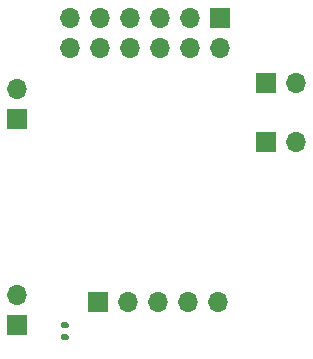
<source format=gbr>
%TF.GenerationSoftware,KiCad,Pcbnew,5.1.9+dfsg1-1*%
%TF.CreationDate,2021-11-08T10:09:36+01:00*%
%TF.ProjectId,Controller,436f6e74-726f-46c6-9c65-722e6b696361,rev?*%
%TF.SameCoordinates,Original*%
%TF.FileFunction,Soldermask,Top*%
%TF.FilePolarity,Negative*%
%FSLAX46Y46*%
G04 Gerber Fmt 4.6, Leading zero omitted, Abs format (unit mm)*
G04 Created by KiCad (PCBNEW 5.1.9+dfsg1-1) date 2021-11-08 10:09:36*
%MOMM*%
%LPD*%
G01*
G04 APERTURE LIST*
%ADD10O,1.700000X1.700000*%
%ADD11R,1.700000X1.700000*%
G04 APERTURE END LIST*
D10*
%TO.C,J6*%
X103000000Y-67460000D03*
D11*
X103000000Y-70000000D03*
%TD*%
D10*
%TO.C,J5*%
X103000000Y-84960000D03*
D11*
X103000000Y-87500000D03*
%TD*%
%TO.C,R1*%
G36*
G01*
X106815000Y-88230000D02*
X107185000Y-88230000D01*
G75*
G02*
X107320000Y-88365000I0J-135000D01*
G01*
X107320000Y-88635000D01*
G75*
G02*
X107185000Y-88770000I-135000J0D01*
G01*
X106815000Y-88770000D01*
G75*
G02*
X106680000Y-88635000I0J135000D01*
G01*
X106680000Y-88365000D01*
G75*
G02*
X106815000Y-88230000I135000J0D01*
G01*
G37*
G36*
G01*
X106815000Y-87210000D02*
X107185000Y-87210000D01*
G75*
G02*
X107320000Y-87345000I0J-135000D01*
G01*
X107320000Y-87615000D01*
G75*
G02*
X107185000Y-87750000I-135000J0D01*
G01*
X106815000Y-87750000D01*
G75*
G02*
X106680000Y-87615000I0J135000D01*
G01*
X106680000Y-87345000D01*
G75*
G02*
X106815000Y-87210000I135000J0D01*
G01*
G37*
%TD*%
D10*
%TO.C,J4*%
X126540000Y-67000000D03*
D11*
X124000000Y-67000000D03*
%TD*%
D10*
%TO.C,J3*%
X126540000Y-72000000D03*
D11*
X124000000Y-72000000D03*
%TD*%
D10*
%TO.C,J2*%
X120000000Y-85500000D03*
X117460000Y-85500000D03*
X114920000Y-85500000D03*
X112380000Y-85500000D03*
D11*
X109840000Y-85500000D03*
%TD*%
D10*
%TO.C,J1*%
X107420000Y-64040000D03*
X107420000Y-61500000D03*
X109960000Y-64040000D03*
X109960000Y-61500000D03*
X112500000Y-64040000D03*
X112500000Y-61500000D03*
X115040000Y-64040000D03*
X115040000Y-61500000D03*
X117580000Y-64040000D03*
X117580000Y-61500000D03*
X120120000Y-64040000D03*
D11*
X120120000Y-61500000D03*
%TD*%
M02*

</source>
